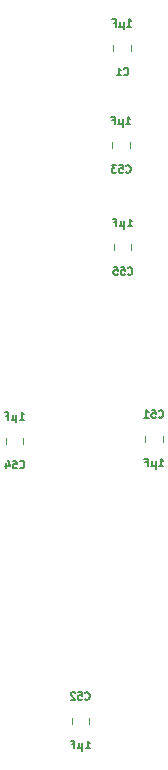
<source format=gbo>
%TF.GenerationSoftware,KiCad,Pcbnew,9.0.2*%
%TF.CreationDate,2025-06-26T11:15:28+02:00*%
%TF.ProjectId,HCP65 MPU Memory,48435036-3520-44d5-9055-204d656d6f72,V1*%
%TF.SameCoordinates,Original*%
%TF.FileFunction,Legend,Bot*%
%TF.FilePolarity,Positive*%
%FSLAX46Y46*%
G04 Gerber Fmt 4.6, Leading zero omitted, Abs format (unit mm)*
G04 Created by KiCad (PCBNEW 9.0.2) date 2025-06-26 11:15:28*
%MOMM*%
%LPD*%
G01*
G04 APERTURE LIST*
%ADD10C,0.150000*%
%ADD11C,0.120000*%
G04 APERTURE END LIST*
D10*
X14957832Y-399486D02*
X14988070Y-429725D01*
X14988070Y-429725D02*
X15078784Y-459963D01*
X15078784Y-459963D02*
X15139260Y-459963D01*
X15139260Y-459963D02*
X15229975Y-429725D01*
X15229975Y-429725D02*
X15290451Y-369248D01*
X15290451Y-369248D02*
X15320689Y-308772D01*
X15320689Y-308772D02*
X15350927Y-187820D01*
X15350927Y-187820D02*
X15350927Y-97105D01*
X15350927Y-97105D02*
X15320689Y23846D01*
X15320689Y23846D02*
X15290451Y84322D01*
X15290451Y84322D02*
X15229975Y144798D01*
X15229975Y144798D02*
X15139260Y175036D01*
X15139260Y175036D02*
X15078784Y175036D01*
X15078784Y175036D02*
X14988070Y144798D01*
X14988070Y144798D02*
X14957832Y114560D01*
X14353070Y-459963D02*
X14715927Y-459963D01*
X14534499Y-459963D02*
X14534499Y175036D01*
X14534499Y175036D02*
X14594975Y84322D01*
X14594975Y84322D02*
X14655451Y23846D01*
X14655451Y23846D02*
X14715927Y-6391D01*
X15248333Y3647036D02*
X15611190Y3647036D01*
X15429762Y3647036D02*
X15429762Y4282036D01*
X15429762Y4282036D02*
X15490238Y4191322D01*
X15490238Y4191322D02*
X15550714Y4130846D01*
X15550714Y4130846D02*
X15611190Y4100608D01*
X14976190Y4070370D02*
X14976190Y3435370D01*
X14673809Y3737751D02*
X14643571Y3677275D01*
X14643571Y3677275D02*
X14583095Y3647036D01*
X14976190Y3737751D02*
X14945952Y3677275D01*
X14945952Y3677275D02*
X14885476Y3647036D01*
X14885476Y3647036D02*
X14764523Y3647036D01*
X14764523Y3647036D02*
X14704047Y3677275D01*
X14704047Y3677275D02*
X14673809Y3737751D01*
X14673809Y3737751D02*
X14673809Y4070370D01*
X14099285Y3979655D02*
X14310952Y3979655D01*
X14310952Y3647036D02*
X14310952Y4282036D01*
X14310952Y4282036D02*
X14008571Y4282036D01*
X6150214Y-33669486D02*
X6180452Y-33699725D01*
X6180452Y-33699725D02*
X6271166Y-33729963D01*
X6271166Y-33729963D02*
X6331642Y-33729963D01*
X6331642Y-33729963D02*
X6422357Y-33699725D01*
X6422357Y-33699725D02*
X6482833Y-33639248D01*
X6482833Y-33639248D02*
X6513071Y-33578772D01*
X6513071Y-33578772D02*
X6543309Y-33457820D01*
X6543309Y-33457820D02*
X6543309Y-33367105D01*
X6543309Y-33367105D02*
X6513071Y-33246153D01*
X6513071Y-33246153D02*
X6482833Y-33185677D01*
X6482833Y-33185677D02*
X6422357Y-33125201D01*
X6422357Y-33125201D02*
X6331642Y-33094963D01*
X6331642Y-33094963D02*
X6271166Y-33094963D01*
X6271166Y-33094963D02*
X6180452Y-33125201D01*
X6180452Y-33125201D02*
X6150214Y-33155439D01*
X5575690Y-33094963D02*
X5878071Y-33094963D01*
X5878071Y-33094963D02*
X5908309Y-33397344D01*
X5908309Y-33397344D02*
X5878071Y-33367105D01*
X5878071Y-33367105D02*
X5817595Y-33336867D01*
X5817595Y-33336867D02*
X5666404Y-33336867D01*
X5666404Y-33336867D02*
X5605928Y-33367105D01*
X5605928Y-33367105D02*
X5575690Y-33397344D01*
X5575690Y-33397344D02*
X5545452Y-33457820D01*
X5545452Y-33457820D02*
X5545452Y-33609010D01*
X5545452Y-33609010D02*
X5575690Y-33669486D01*
X5575690Y-33669486D02*
X5605928Y-33699725D01*
X5605928Y-33699725D02*
X5666404Y-33729963D01*
X5666404Y-33729963D02*
X5817595Y-33729963D01*
X5817595Y-33729963D02*
X5878071Y-33699725D01*
X5878071Y-33699725D02*
X5908309Y-33669486D01*
X5001166Y-33306629D02*
X5001166Y-33729963D01*
X5152357Y-33064725D02*
X5303547Y-33518296D01*
X5303547Y-33518296D02*
X4910452Y-33518296D01*
X6138333Y-29622963D02*
X6501190Y-29622963D01*
X6319762Y-29622963D02*
X6319762Y-28987963D01*
X6319762Y-28987963D02*
X6380238Y-29078677D01*
X6380238Y-29078677D02*
X6440714Y-29139153D01*
X6440714Y-29139153D02*
X6501190Y-29169391D01*
X5866190Y-29199629D02*
X5866190Y-29834629D01*
X5563809Y-29532248D02*
X5533571Y-29592725D01*
X5533571Y-29592725D02*
X5473095Y-29622963D01*
X5866190Y-29532248D02*
X5835952Y-29592725D01*
X5835952Y-29592725D02*
X5775476Y-29622963D01*
X5775476Y-29622963D02*
X5654523Y-29622963D01*
X5654523Y-29622963D02*
X5594047Y-29592725D01*
X5594047Y-29592725D02*
X5563809Y-29532248D01*
X5563809Y-29532248D02*
X5563809Y-29199629D01*
X4989285Y-29290344D02*
X5200952Y-29290344D01*
X5200952Y-29622963D02*
X5200952Y-28987963D01*
X5200952Y-28987963D02*
X4898571Y-28987963D01*
X11684214Y-53268486D02*
X11714452Y-53298725D01*
X11714452Y-53298725D02*
X11805166Y-53328963D01*
X11805166Y-53328963D02*
X11865642Y-53328963D01*
X11865642Y-53328963D02*
X11956357Y-53298725D01*
X11956357Y-53298725D02*
X12016833Y-53238248D01*
X12016833Y-53238248D02*
X12047071Y-53177772D01*
X12047071Y-53177772D02*
X12077309Y-53056820D01*
X12077309Y-53056820D02*
X12077309Y-52966105D01*
X12077309Y-52966105D02*
X12047071Y-52845153D01*
X12047071Y-52845153D02*
X12016833Y-52784677D01*
X12016833Y-52784677D02*
X11956357Y-52724201D01*
X11956357Y-52724201D02*
X11865642Y-52693963D01*
X11865642Y-52693963D02*
X11805166Y-52693963D01*
X11805166Y-52693963D02*
X11714452Y-52724201D01*
X11714452Y-52724201D02*
X11684214Y-52754439D01*
X11109690Y-52693963D02*
X11412071Y-52693963D01*
X11412071Y-52693963D02*
X11442309Y-52996344D01*
X11442309Y-52996344D02*
X11412071Y-52966105D01*
X11412071Y-52966105D02*
X11351595Y-52935867D01*
X11351595Y-52935867D02*
X11200404Y-52935867D01*
X11200404Y-52935867D02*
X11139928Y-52966105D01*
X11139928Y-52966105D02*
X11109690Y-52996344D01*
X11109690Y-52996344D02*
X11079452Y-53056820D01*
X11079452Y-53056820D02*
X11079452Y-53208010D01*
X11079452Y-53208010D02*
X11109690Y-53268486D01*
X11109690Y-53268486D02*
X11139928Y-53298725D01*
X11139928Y-53298725D02*
X11200404Y-53328963D01*
X11200404Y-53328963D02*
X11351595Y-53328963D01*
X11351595Y-53328963D02*
X11412071Y-53298725D01*
X11412071Y-53298725D02*
X11442309Y-53268486D01*
X10837547Y-52754439D02*
X10807309Y-52724201D01*
X10807309Y-52724201D02*
X10746833Y-52693963D01*
X10746833Y-52693963D02*
X10595642Y-52693963D01*
X10595642Y-52693963D02*
X10535166Y-52724201D01*
X10535166Y-52724201D02*
X10504928Y-52754439D01*
X10504928Y-52754439D02*
X10474690Y-52814915D01*
X10474690Y-52814915D02*
X10474690Y-52875391D01*
X10474690Y-52875391D02*
X10504928Y-52966105D01*
X10504928Y-52966105D02*
X10867785Y-53328963D01*
X10867785Y-53328963D02*
X10474690Y-53328963D01*
X11726333Y-57435963D02*
X12089190Y-57435963D01*
X11907762Y-57435963D02*
X11907762Y-56800963D01*
X11907762Y-56800963D02*
X11968238Y-56891677D01*
X11968238Y-56891677D02*
X12028714Y-56952153D01*
X12028714Y-56952153D02*
X12089190Y-56982391D01*
X11454190Y-57012629D02*
X11454190Y-57647629D01*
X11151809Y-57345248D02*
X11121571Y-57405725D01*
X11121571Y-57405725D02*
X11061095Y-57435963D01*
X11454190Y-57345248D02*
X11423952Y-57405725D01*
X11423952Y-57405725D02*
X11363476Y-57435963D01*
X11363476Y-57435963D02*
X11242523Y-57435963D01*
X11242523Y-57435963D02*
X11182047Y-57405725D01*
X11182047Y-57405725D02*
X11151809Y-57345248D01*
X11151809Y-57345248D02*
X11151809Y-57012629D01*
X10577285Y-57103344D02*
X10788952Y-57103344D01*
X10788952Y-57435963D02*
X10788952Y-56800963D01*
X10788952Y-56800963D02*
X10486571Y-56800963D01*
X17907214Y-29392486D02*
X17937452Y-29422725D01*
X17937452Y-29422725D02*
X18028166Y-29452963D01*
X18028166Y-29452963D02*
X18088642Y-29452963D01*
X18088642Y-29452963D02*
X18179357Y-29422725D01*
X18179357Y-29422725D02*
X18239833Y-29362248D01*
X18239833Y-29362248D02*
X18270071Y-29301772D01*
X18270071Y-29301772D02*
X18300309Y-29180820D01*
X18300309Y-29180820D02*
X18300309Y-29090105D01*
X18300309Y-29090105D02*
X18270071Y-28969153D01*
X18270071Y-28969153D02*
X18239833Y-28908677D01*
X18239833Y-28908677D02*
X18179357Y-28848201D01*
X18179357Y-28848201D02*
X18088642Y-28817963D01*
X18088642Y-28817963D02*
X18028166Y-28817963D01*
X18028166Y-28817963D02*
X17937452Y-28848201D01*
X17937452Y-28848201D02*
X17907214Y-28878439D01*
X17332690Y-28817963D02*
X17635071Y-28817963D01*
X17635071Y-28817963D02*
X17665309Y-29120344D01*
X17665309Y-29120344D02*
X17635071Y-29090105D01*
X17635071Y-29090105D02*
X17574595Y-29059867D01*
X17574595Y-29059867D02*
X17423404Y-29059867D01*
X17423404Y-29059867D02*
X17362928Y-29090105D01*
X17362928Y-29090105D02*
X17332690Y-29120344D01*
X17332690Y-29120344D02*
X17302452Y-29180820D01*
X17302452Y-29180820D02*
X17302452Y-29332010D01*
X17302452Y-29332010D02*
X17332690Y-29392486D01*
X17332690Y-29392486D02*
X17362928Y-29422725D01*
X17362928Y-29422725D02*
X17423404Y-29452963D01*
X17423404Y-29452963D02*
X17574595Y-29452963D01*
X17574595Y-29452963D02*
X17635071Y-29422725D01*
X17635071Y-29422725D02*
X17665309Y-29392486D01*
X16697690Y-29452963D02*
X17060547Y-29452963D01*
X16879119Y-29452963D02*
X16879119Y-28817963D01*
X16879119Y-28817963D02*
X16939595Y-28908677D01*
X16939595Y-28908677D02*
X17000071Y-28969153D01*
X17000071Y-28969153D02*
X17060547Y-28999391D01*
X17949333Y-33559963D02*
X18312190Y-33559963D01*
X18130762Y-33559963D02*
X18130762Y-32924963D01*
X18130762Y-32924963D02*
X18191238Y-33015677D01*
X18191238Y-33015677D02*
X18251714Y-33076153D01*
X18251714Y-33076153D02*
X18312190Y-33106391D01*
X17677190Y-33136629D02*
X17677190Y-33771629D01*
X17374809Y-33469248D02*
X17344571Y-33529725D01*
X17344571Y-33529725D02*
X17284095Y-33559963D01*
X17677190Y-33469248D02*
X17646952Y-33529725D01*
X17646952Y-33529725D02*
X17586476Y-33559963D01*
X17586476Y-33559963D02*
X17465523Y-33559963D01*
X17465523Y-33559963D02*
X17405047Y-33529725D01*
X17405047Y-33529725D02*
X17374809Y-33469248D01*
X17374809Y-33469248D02*
X17374809Y-33136629D01*
X16800285Y-33227344D02*
X17011952Y-33227344D01*
X17011952Y-33559963D02*
X17011952Y-32924963D01*
X17011952Y-32924963D02*
X16709571Y-32924963D01*
X15294214Y-17286504D02*
X15324452Y-17316743D01*
X15324452Y-17316743D02*
X15415166Y-17346981D01*
X15415166Y-17346981D02*
X15475642Y-17346981D01*
X15475642Y-17346981D02*
X15566357Y-17316743D01*
X15566357Y-17316743D02*
X15626833Y-17256266D01*
X15626833Y-17256266D02*
X15657071Y-17195790D01*
X15657071Y-17195790D02*
X15687309Y-17074838D01*
X15687309Y-17074838D02*
X15687309Y-16984123D01*
X15687309Y-16984123D02*
X15657071Y-16863171D01*
X15657071Y-16863171D02*
X15626833Y-16802695D01*
X15626833Y-16802695D02*
X15566357Y-16742219D01*
X15566357Y-16742219D02*
X15475642Y-16711981D01*
X15475642Y-16711981D02*
X15415166Y-16711981D01*
X15415166Y-16711981D02*
X15324452Y-16742219D01*
X15324452Y-16742219D02*
X15294214Y-16772457D01*
X14719690Y-16711981D02*
X15022071Y-16711981D01*
X15022071Y-16711981D02*
X15052309Y-17014362D01*
X15052309Y-17014362D02*
X15022071Y-16984123D01*
X15022071Y-16984123D02*
X14961595Y-16953885D01*
X14961595Y-16953885D02*
X14810404Y-16953885D01*
X14810404Y-16953885D02*
X14749928Y-16984123D01*
X14749928Y-16984123D02*
X14719690Y-17014362D01*
X14719690Y-17014362D02*
X14689452Y-17074838D01*
X14689452Y-17074838D02*
X14689452Y-17226028D01*
X14689452Y-17226028D02*
X14719690Y-17286504D01*
X14719690Y-17286504D02*
X14749928Y-17316743D01*
X14749928Y-17316743D02*
X14810404Y-17346981D01*
X14810404Y-17346981D02*
X14961595Y-17346981D01*
X14961595Y-17346981D02*
X15022071Y-17316743D01*
X15022071Y-17316743D02*
X15052309Y-17286504D01*
X14114928Y-16711981D02*
X14417309Y-16711981D01*
X14417309Y-16711981D02*
X14447547Y-17014362D01*
X14447547Y-17014362D02*
X14417309Y-16984123D01*
X14417309Y-16984123D02*
X14356833Y-16953885D01*
X14356833Y-16953885D02*
X14205642Y-16953885D01*
X14205642Y-16953885D02*
X14145166Y-16984123D01*
X14145166Y-16984123D02*
X14114928Y-17014362D01*
X14114928Y-17014362D02*
X14084690Y-17074838D01*
X14084690Y-17074838D02*
X14084690Y-17226028D01*
X14084690Y-17226028D02*
X14114928Y-17286504D01*
X14114928Y-17286504D02*
X14145166Y-17316743D01*
X14145166Y-17316743D02*
X14205642Y-17346981D01*
X14205642Y-17346981D02*
X14356833Y-17346981D01*
X14356833Y-17346981D02*
X14417309Y-17316743D01*
X14417309Y-17316743D02*
X14447547Y-17286504D01*
X15282333Y-13239981D02*
X15645190Y-13239981D01*
X15463762Y-13239981D02*
X15463762Y-12604981D01*
X15463762Y-12604981D02*
X15524238Y-12695695D01*
X15524238Y-12695695D02*
X15584714Y-12756171D01*
X15584714Y-12756171D02*
X15645190Y-12786409D01*
X15010190Y-12816647D02*
X15010190Y-13451647D01*
X14707809Y-13149266D02*
X14677571Y-13209743D01*
X14677571Y-13209743D02*
X14617095Y-13239981D01*
X15010190Y-13149266D02*
X14979952Y-13209743D01*
X14979952Y-13209743D02*
X14919476Y-13239981D01*
X14919476Y-13239981D02*
X14798523Y-13239981D01*
X14798523Y-13239981D02*
X14738047Y-13209743D01*
X14738047Y-13209743D02*
X14707809Y-13149266D01*
X14707809Y-13149266D02*
X14707809Y-12816647D01*
X14133285Y-12907362D02*
X14344952Y-12907362D01*
X14344952Y-13239981D02*
X14344952Y-12604981D01*
X14344952Y-12604981D02*
X14042571Y-12604981D01*
X15150213Y-8650486D02*
X15180451Y-8680725D01*
X15180451Y-8680725D02*
X15271165Y-8710963D01*
X15271165Y-8710963D02*
X15331641Y-8710963D01*
X15331641Y-8710963D02*
X15422356Y-8680725D01*
X15422356Y-8680725D02*
X15482832Y-8620248D01*
X15482832Y-8620248D02*
X15513070Y-8559772D01*
X15513070Y-8559772D02*
X15543308Y-8438820D01*
X15543308Y-8438820D02*
X15543308Y-8348105D01*
X15543308Y-8348105D02*
X15513070Y-8227153D01*
X15513070Y-8227153D02*
X15482832Y-8166677D01*
X15482832Y-8166677D02*
X15422356Y-8106201D01*
X15422356Y-8106201D02*
X15331641Y-8075963D01*
X15331641Y-8075963D02*
X15271165Y-8075963D01*
X15271165Y-8075963D02*
X15180451Y-8106201D01*
X15180451Y-8106201D02*
X15150213Y-8136439D01*
X14575689Y-8075963D02*
X14878070Y-8075963D01*
X14878070Y-8075963D02*
X14908308Y-8378344D01*
X14908308Y-8378344D02*
X14878070Y-8348105D01*
X14878070Y-8348105D02*
X14817594Y-8317867D01*
X14817594Y-8317867D02*
X14666403Y-8317867D01*
X14666403Y-8317867D02*
X14605927Y-8348105D01*
X14605927Y-8348105D02*
X14575689Y-8378344D01*
X14575689Y-8378344D02*
X14545451Y-8438820D01*
X14545451Y-8438820D02*
X14545451Y-8590010D01*
X14545451Y-8590010D02*
X14575689Y-8650486D01*
X14575689Y-8650486D02*
X14605927Y-8680725D01*
X14605927Y-8680725D02*
X14666403Y-8710963D01*
X14666403Y-8710963D02*
X14817594Y-8710963D01*
X14817594Y-8710963D02*
X14878070Y-8680725D01*
X14878070Y-8680725D02*
X14908308Y-8650486D01*
X14333784Y-8075963D02*
X13940689Y-8075963D01*
X13940689Y-8075963D02*
X14152356Y-8317867D01*
X14152356Y-8317867D02*
X14061641Y-8317867D01*
X14061641Y-8317867D02*
X14001165Y-8348105D01*
X14001165Y-8348105D02*
X13970927Y-8378344D01*
X13970927Y-8378344D02*
X13940689Y-8438820D01*
X13940689Y-8438820D02*
X13940689Y-8590010D01*
X13940689Y-8590010D02*
X13970927Y-8650486D01*
X13970927Y-8650486D02*
X14001165Y-8680725D01*
X14001165Y-8680725D02*
X14061641Y-8710963D01*
X14061641Y-8710963D02*
X14243070Y-8710963D01*
X14243070Y-8710963D02*
X14303546Y-8680725D01*
X14303546Y-8680725D02*
X14333784Y-8650486D01*
X15138333Y-4603963D02*
X15501190Y-4603963D01*
X15319762Y-4603963D02*
X15319762Y-3968963D01*
X15319762Y-3968963D02*
X15380238Y-4059677D01*
X15380238Y-4059677D02*
X15440714Y-4120153D01*
X15440714Y-4120153D02*
X15501190Y-4150391D01*
X14866190Y-4180629D02*
X14866190Y-4815629D01*
X14563809Y-4513248D02*
X14533571Y-4573725D01*
X14533571Y-4573725D02*
X14473095Y-4603963D01*
X14866190Y-4513248D02*
X14835952Y-4573725D01*
X14835952Y-4573725D02*
X14775476Y-4603963D01*
X14775476Y-4603963D02*
X14654523Y-4603963D01*
X14654523Y-4603963D02*
X14594047Y-4573725D01*
X14594047Y-4573725D02*
X14563809Y-4513248D01*
X14563809Y-4513248D02*
X14563809Y-4180629D01*
X13989285Y-4271344D02*
X14200952Y-4271344D01*
X14200952Y-4603963D02*
X14200952Y-3968963D01*
X14200952Y-3968963D02*
X13898571Y-3968963D01*
D11*
%TO.C,C1*%
X14090000Y1623748D02*
X14090000Y2146252D01*
X15560000Y1623748D02*
X15560000Y2146252D01*
%TO.C,C54*%
X4980000Y-31646252D02*
X4980000Y-31123748D01*
X6450000Y-31646252D02*
X6450000Y-31123748D01*
%TO.C,C52*%
X10568000Y-54840748D02*
X10568000Y-55363252D01*
X12038000Y-54840748D02*
X12038000Y-55363252D01*
%TO.C,C51*%
X16791000Y-30964748D02*
X16791000Y-31487252D01*
X18261000Y-30964748D02*
X18261000Y-31487252D01*
%TO.C,C55*%
X14124000Y-15263270D02*
X14124000Y-14740766D01*
X15594000Y-15263270D02*
X15594000Y-14740766D01*
%TO.C,C53*%
X13980000Y-6627252D02*
X13980000Y-6104748D01*
X15450000Y-6627252D02*
X15450000Y-6104748D01*
%TD*%
M02*

</source>
